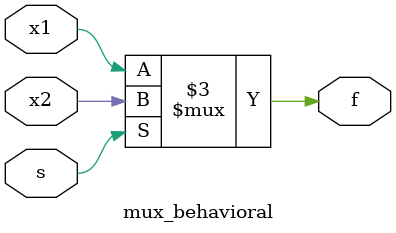
<source format=v>
`timescale 1ns / 1ps


module mux_behavioral(
    input x1,
    input x2,
    input s,
    output reg f
    );
    always @(x1,x2,s) 
    begin
        if(s)
        begin
            f=x2;
        end
        else 
        begin
            f=x1;
        end
        
    end
    
    
endmodule

</source>
